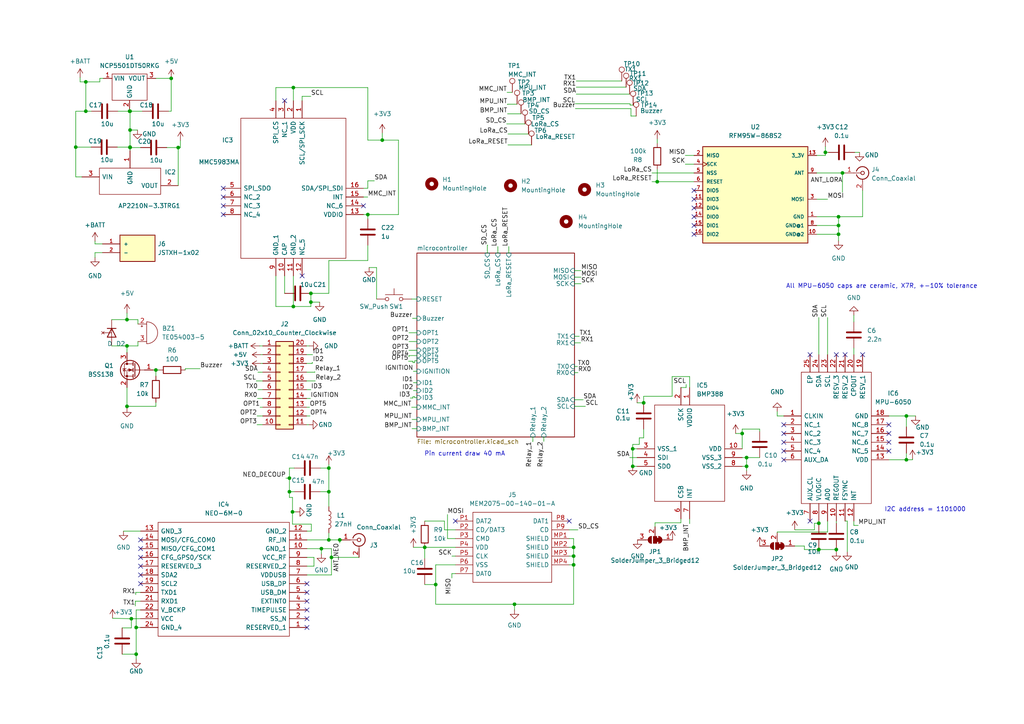
<source format=kicad_sch>
(kicad_sch (version 20211123) (generator eeschema)
  (paper "A4")
  (junction (at 85.09 25.4))
  (junction (at 106.68 62.23))
  (junction (at 36.83 100.33))
  (junction (at 166.37 158.75))
  (junction (at 239.395 44.196))
  (junction (at 126.365 169.545))
  (junction (at 110.871 40.64))
  (junction (at 242.57 159.385))
  (junction (at 83.947 138.684))
  (junction (at 37.719 37.719))
  (junction (at 95.377 156.591))
  (junction (at 83.947 142.621))
  (junction (at 123.19 158.75))
  (junction (at 37.719 42.799))
  (junction (at 243.205 65.405))
  (junction (at 243.205 62.865))
  (junction (at 49.657 22.733))
  (junction (at 24.892 32.258))
  (junction (at 95.377 135.763))
  (junction (at 21.971 42.672))
  (junction (at 244.348 50.165))
  (junction (at 237.49 151.765))
  (junction (at 39.497 181.991))
  (junction (at 215.265 125.73))
  (junction (at 36.83 117.856))
  (junction (at 98.552 156.591))
  (junction (at 36.83 92.71))
  (junction (at 39.497 189.738))
  (junction (at 37.719 32.258))
  (junction (at 262.89 133.35))
  (junction (at 183.515 130.175))
  (junction (at 166.37 163.83))
  (junction (at 37.719 42.672))
  (junction (at 90.17 87.63))
  (junction (at 183.515 135.255))
  (junction (at 93.218 159.131))
  (junction (at 96.139 161.671))
  (junction (at 90.17 85.09))
  (junction (at 237.49 159.385))
  (junction (at 216.535 132.715))
  (junction (at 216.535 135.255))
  (junction (at 85.09 88.9))
  (junction (at 37.592 32.258))
  (junction (at 38.1 179.451))
  (junction (at 262.89 120.65))
  (junction (at 24.892 23.749))
  (junction (at 166.37 161.29))
  (junction (at 190.627 52.705))
  (junction (at 45.212 107.315))
  (junction (at 186.69 116.84))
  (junction (at 95.377 142.621))
  (junction (at 84.836 148.463))
  (junction (at 51.689 42.799))
  (junction (at 149.225 175.26))
  (junction (at 243.205 67.945))
  (no_connect (at 89.027 181.991))
  (no_connect (at 40.767 169.291))
  (no_connect (at 89.027 174.371))
  (no_connect (at 40.767 161.671))
  (no_connect (at 82.55 29.21))
  (no_connect (at 257.81 123.19))
  (no_connect (at 201.295 65.405))
  (no_connect (at 227.33 128.27))
  (no_connect (at 89.027 169.291))
  (no_connect (at 245.11 102.87))
  (no_connect (at 257.81 125.73))
  (no_connect (at 234.95 151.13))
  (no_connect (at 132.08 151.13))
  (no_connect (at 87.63 80.01))
  (no_connect (at 64.77 62.23))
  (no_connect (at 257.81 130.81))
  (no_connect (at 89.027 176.911))
  (no_connect (at 227.33 133.35))
  (no_connect (at 89.027 179.451))
  (no_connect (at 40.767 159.131))
  (no_connect (at 201.295 55.245))
  (no_connect (at 242.57 102.87))
  (no_connect (at 201.295 57.785))
  (no_connect (at 201.295 62.865))
  (no_connect (at 227.33 123.19))
  (no_connect (at 89.027 171.831))
  (no_connect (at 40.767 166.751))
  (no_connect (at 257.81 128.27))
  (no_connect (at 64.77 54.61))
  (no_connect (at 40.767 164.211))
  (no_connect (at 64.77 57.15))
  (no_connect (at 165.1 151.13))
  (no_connect (at 105.41 59.69))
  (no_connect (at 201.295 67.945))
  (no_connect (at 64.77 59.69))
  (no_connect (at 227.33 125.73))
  (no_connect (at 40.767 156.591))
  (no_connect (at 250.19 102.87))
  (no_connect (at 234.95 102.87))
  (no_connect (at 227.33 130.81))
  (no_connect (at 201.295 60.325))
  (wire (pts (xy 40.767 171.831) (xy 39.37 171.831)))
  (wire (pts (xy 106.68 62.23) (xy 115.57 62.23)))
  (wire (pts (xy 123.19 169.545) (xy 126.365 169.545)))
  (wire (pts (xy 91.059 161.671) (xy 91.059 164.211)))
  (wire (pts (xy 166.624 106.299) (xy 167.513 106.299)))
  (wire (pts (xy 250.19 55.245) (xy 250.19 62.865)))
  (wire (pts (xy 236.855 62.865) (xy 243.205 62.865)))
  (wire (pts (xy 37.719 32.258) (xy 41.275 32.258)))
  (wire (pts (xy 147.066 26.797) (xy 148.59 26.797)))
  (wire (pts (xy 123.19 158.75) (xy 132.08 158.75)))
  (wire (pts (xy 90.17 85.09) (xy 95.377 85.09)))
  (wire (pts (xy 257.81 133.35) (xy 262.89 133.35)))
  (wire (pts (xy 119.507 121.666) (xy 120.904 121.666)))
  (wire (pts (xy 90.297 152.019) (xy 84.836 152.019)))
  (wire (pts (xy 123.19 151.13) (xy 128.905 151.13)))
  (wire (pts (xy 89.027 154.051) (xy 90.297 154.051)))
  (wire (pts (xy 213.36 125.73) (xy 215.265 125.73)))
  (wire (pts (xy 39.878 37.719) (xy 37.719 37.719)))
  (wire (pts (xy 166.624 82.296) (xy 168.529 82.296)))
  (wire (pts (xy 34.163 32.258) (xy 37.592 32.258)))
  (wire (pts (xy 129.794 156.21) (xy 129.794 149.225)))
  (wire (pts (xy 110.871 40.64) (xy 106.68 40.64)))
  (wire (pts (xy 90.297 154.051) (xy 90.297 152.019)))
  (wire (pts (xy 230.505 153.67) (xy 236.22 153.67)))
  (wire (pts (xy 51.689 53.848) (xy 51.689 42.799)))
  (wire (pts (xy 120.269 115.062) (xy 120.269 115.316)))
  (wire (pts (xy 109.22 86.741) (xy 109.22 77.597)))
  (wire (pts (xy 233.299 159.385) (xy 237.49 159.385)))
  (wire (pts (xy 245.745 151.13) (xy 245.11 151.13)))
  (wire (pts (xy 37.592 32.258) (xy 37.719 32.258)))
  (wire (pts (xy 166.624 97.536) (xy 168.021 97.536)))
  (wire (pts (xy 154.559 126.746) (xy 154.559 128.016)))
  (wire (pts (xy 74.676 115.57) (xy 76.2 115.57)))
  (wire (pts (xy 216.535 135.255) (xy 216.535 136.525)))
  (wire (pts (xy 239.395 45.085) (xy 236.855 45.085)))
  (wire (pts (xy 39.497 176.911) (xy 40.767 176.911)))
  (wire (pts (xy 28.956 22.733) (xy 28.956 23.749)))
  (wire (pts (xy 38.1 182.118) (xy 38.1 179.451)))
  (wire (pts (xy 85.344 135.763) (xy 83.947 135.763)))
  (wire (pts (xy 23.241 22.479) (xy 23.241 23.749)))
  (wire (pts (xy 185.42 127) (xy 185.42 128.905)))
  (wire (pts (xy 82.55 80.01) (xy 82.55 85.09)))
  (wire (pts (xy 45.212 117.856) (xy 36.83 117.856)))
  (wire (pts (xy 45.212 22.733) (xy 49.657 22.733)))
  (wire (pts (xy 197.485 150.495) (xy 197.485 151.638)))
  (wire (pts (xy 183.007 31.496) (xy 183.007 33.655)))
  (wire (pts (xy 95.377 142.621) (xy 95.377 146.939)))
  (wire (pts (xy 39.37 171.831) (xy 39.37 172.466)))
  (wire (pts (xy 105.41 54.61) (xy 106.68 54.61)))
  (wire (pts (xy 92.964 135.763) (xy 95.377 135.763)))
  (wire (pts (xy 167.132 23.495) (xy 180.34 23.495)))
  (wire (pts (xy 147.32 42.037) (xy 154.178 42.037)))
  (wire (pts (xy 147.193 30.226) (xy 147.193 30.353)))
  (wire (pts (xy 88.9 100.33) (xy 89.662 100.33)))
  (wire (pts (xy 96.139 161.671) (xy 96.139 159.131)))
  (wire (pts (xy 106.68 52.451) (xy 108.585 52.451)))
  (wire (pts (xy 21.971 42.672) (xy 21.971 32.258)))
  (wire (pts (xy 128.905 151.13) (xy 128.905 153.67)))
  (wire (pts (xy 83.947 144.272) (xy 83.947 142.621)))
  (wire (pts (xy 247.65 151.13) (xy 247.65 152.4)))
  (wire (pts (xy 48.387 42.799) (xy 51.689 42.799)))
  (wire (pts (xy 115.57 40.64) (xy 110.871 40.64)))
  (wire (pts (xy 166.37 158.75) (xy 166.37 156.21)))
  (wire (pts (xy 95.377 85.09) (xy 95.377 75.565)))
  (wire (pts (xy 52.324 40.767) (xy 52.324 42.799)))
  (wire (pts (xy 200.025 150.495) (xy 200.025 151.892)))
  (wire (pts (xy 167.132 25.273) (xy 181.61 25.273)))
  (wire (pts (xy 262.89 120.65) (xy 265.557 120.65)))
  (wire (pts (xy 119.507 124.333) (xy 120.904 124.333)))
  (wire (pts (xy 95.377 154.559) (xy 95.377 156.591)))
  (wire (pts (xy 194.945 114.935) (xy 194.945 109.22)))
  (wire (pts (xy 123.19 158.75) (xy 123.19 161.925)))
  (wire (pts (xy 262.89 120.65) (xy 262.89 123.825)))
  (wire (pts (xy 98.552 156.591) (xy 99.06 156.591)))
  (wire (pts (xy 165.1 158.75) (xy 166.37 158.75)))
  (wire (pts (xy 237.49 92.075) (xy 237.49 102.87)))
  (wire (pts (xy 96.139 166.751) (xy 96.139 161.671)))
  (wire (pts (xy 118.618 101.6) (xy 120.904 101.6)))
  (wire (pts (xy 147.32 38.862) (xy 153.289 38.862)))
  (wire (pts (xy 46.101 107.315) (xy 45.212 107.315)))
  (wire (pts (xy 39.243 174.371) (xy 39.243 175.768)))
  (wire (pts (xy 115.57 62.23) (xy 115.57 40.64)))
  (wire (pts (xy 243.205 62.865) (xy 243.205 65.405)))
  (wire (pts (xy 198.755 45.085) (xy 201.295 45.085)))
  (wire (pts (xy 225.425 120.65) (xy 225.425 119.38)))
  (wire (pts (xy 45.212 109.093) (xy 45.212 107.315)))
  (wire (pts (xy 74.803 107.95) (xy 76.2 107.95)))
  (wire (pts (xy 89.027 159.131) (xy 93.218 159.131)))
  (wire (pts (xy 264.668 133.35) (xy 262.89 133.35)))
  (wire (pts (xy 166.624 115.951) (xy 169.164 115.951)))
  (wire (pts (xy 84.836 148.463) (xy 84.836 144.272)))
  (wire (pts (xy 126.365 163.83) (xy 126.365 169.545)))
  (wire (pts (xy 98.552 156.591) (xy 98.552 157.48)))
  (wire (pts (xy 126.365 169.545) (xy 126.365 175.26)))
  (wire (pts (xy 157.734 126.746) (xy 157.734 128.016)))
  (wire (pts (xy 118.999 115.443) (xy 119.761 115.443)))
  (wire (pts (xy 32.385 100.33) (xy 36.83 100.33)))
  (wire (pts (xy 183.515 128.905) (xy 183.515 130.175)))
  (wire (pts (xy 118.618 99.06) (xy 120.904 99.06)))
  (wire (pts (xy 182.753 30.099) (xy 182.753 30.48)))
  (wire (pts (xy 236.855 65.405) (xy 243.205 65.405)))
  (wire (pts (xy 243.205 65.405) (xy 243.205 67.945)))
  (wire (pts (xy 90.17 87.63) (xy 92.71 87.63)))
  (wire (pts (xy 236.22 153.67) (xy 236.22 151.765)))
  (wire (pts (xy 243.205 67.945) (xy 243.205 69.85)))
  (wire (pts (xy 167.132 27.305) (xy 182.626 27.305)))
  (wire (pts (xy 48.895 32.258) (xy 49.657 32.258)))
  (wire (pts (xy 89.027 161.671) (xy 91.059 161.671)))
  (wire (pts (xy 35.814 154.051) (xy 40.767 154.051)))
  (wire (pts (xy 38.1 179.451) (xy 40.767 179.451)))
  (wire (pts (xy 118.491 104.775) (xy 119.761 104.775)))
  (wire (pts (xy 88.9 107.95) (xy 91.313 107.95)))
  (wire (pts (xy 36.83 112.395) (xy 36.83 117.856)))
  (wire (pts (xy 128.905 153.67) (xy 132.08 153.67)))
  (wire (pts (xy 166.37 156.21) (xy 165.1 156.21)))
  (wire (pts (xy 84.836 148.463) (xy 85.725 148.463)))
  (wire (pts (xy 216.535 132.715) (xy 216.535 135.255)))
  (wire (pts (xy 92.964 142.621) (xy 95.377 142.621)))
  (wire (pts (xy 215.265 124.46) (xy 220.345 124.46)))
  (wire (pts (xy 75.692 102.87) (xy 76.2 102.87)))
  (wire (pts (xy 36.83 100.33) (xy 40.005 100.33)))
  (wire (pts (xy 182.626 132.715) (xy 184.785 132.715)))
  (wire (pts (xy 242.57 151.13) (xy 242.57 151.765)))
  (wire (pts (xy 32.639 179.324) (xy 38.1 179.451)))
  (wire (pts (xy 40.005 93.98) (xy 40.005 92.71)))
  (wire (pts (xy 247.65 152.4) (xy 248.92 152.4)))
  (wire (pts (xy 87.63 27.94) (xy 90.17 27.94)))
  (wire (pts (xy 119.38 86.741) (xy 120.904 86.741)))
  (wire (pts (xy 39.497 191.135) (xy 39.497 189.738)))
  (wire (pts (xy 119.761 104.775) (xy 119.761 105.156)))
  (wire (pts (xy 120.269 115.316) (xy 120.904 115.316)))
  (wire (pts (xy 244.348 50.165) (xy 245.11 50.165)))
  (wire (pts (xy 95.377 75.565) (xy 106.68 75.565)))
  (wire (pts (xy 106.68 62.23) (xy 106.68 63.5)))
  (wire (pts (xy 89.027 164.211) (xy 91.059 164.211)))
  (wire (pts (xy 120.269 105.156) (xy 120.269 104.648)))
  (wire (pts (xy 36.83 117.856) (xy 36.83 118.364)))
  (wire (pts (xy 88.9 105.41) (xy 90.551 105.41)))
  (wire (pts (xy 244.348 50.165) (xy 244.348 55.753)))
  (wire (pts (xy 39.497 181.991) (xy 40.767 181.991)))
  (wire (pts (xy 237.49 151.13) (xy 237.49 151.765)))
  (wire (pts (xy 236.855 57.785) (xy 240.03 57.785)))
  (wire (pts (xy 96.139 161.671) (xy 104.14 161.671)))
  (wire (pts (xy 149.225 175.26) (xy 166.37 175.26)))
  (wire (pts (xy 95.377 156.591) (xy 98.552 156.591)))
  (wire (pts (xy 216.535 132.715) (xy 220.345 132.715)))
  (wire (pts (xy 37.719 42.799) (xy 40.767 42.799)))
  (wire (pts (xy 239.395 44.196) (xy 240.284 44.196)))
  (wire (pts (xy 93.218 159.131) (xy 96.139 159.131)))
  (wire (pts (xy 131.064 166.37) (xy 132.08 166.37)))
  (wire (pts (xy 166.878 31.496) (xy 183.007 31.496)))
  (wire (pts (xy 240.03 92.075) (xy 240.03 102.87)))
  (wire (pts (xy 36.83 90.805) (xy 36.83 92.71)))
  (wire (pts (xy 154.559 128.016) (xy 154.432 128.016)))
  (wire (pts (xy 90.17 85.09) (xy 90.17 87.63)))
  (wire (pts (xy 37.719 42.799) (xy 37.719 43.688)))
  (wire (pts (xy 247.65 100.965) (xy 247.65 102.87)))
  (wire (pts (xy 166.624 108.077) (xy 167.64 108.077)))
  (wire (pts (xy 141.351 71.12) (xy 141.478 71.12)))
  (wire (pts (xy 147.574 71.501) (xy 147.574 73.406)))
  (wire (pts (xy 189.103 50.165) (xy 201.295 50.165)))
  (wire (pts (xy 21.971 32.258) (xy 24.892 32.258)))
  (wire (pts (xy 239.395 42.545) (xy 239.395 44.196)))
  (wire (pts (xy 83.947 142.621) (xy 85.344 142.621)))
  (wire (pts (xy 23.241 23.749) (xy 24.892 23.749)))
  (wire (pts (xy 21.971 51.308) (xy 21.971 42.672)))
  (wire (pts (xy 27.559 70.739) (xy 27.559 69.977)))
  (wire (pts (xy 186.69 114.935) (xy 194.945 114.935)))
  (wire (pts (xy 189.992 151.638) (xy 197.485 151.638)))
  (wire (pts (xy 83.947 138.684) (xy 83.947 142.621)))
  (wire (pts (xy 90.17 88.9) (xy 85.09 88.9)))
  (wire (pts (xy 88.9 113.03) (xy 90.17 113.03)))
  (wire (pts (xy 200.025 109.22) (xy 200.025 112.395)))
  (wire (pts (xy 87.63 29.21) (xy 87.63 27.94)))
  (wire (pts (xy 106.68 25.4) (xy 85.09 25.4)))
  (wire (pts (xy 37.719 37.719) (xy 37.719 42.672)))
  (wire (pts (xy 53.721 106.934) (xy 53.721 107.315)))
  (wire (pts (xy 190.627 40.386) (xy 190.627 41.529)))
  (wire (pts (xy 194.945 109.22) (xy 200.025 109.22)))
  (wire (pts (xy 190.627 52.705) (xy 201.295 52.705)))
  (wire (pts (xy 119.634 92.329) (xy 120.904 92.329)))
  (wire (pts (xy 24.892 23.749) (xy 28.956 23.749)))
  (wire (pts (xy 166.37 161.29) (xy 166.37 158.75)))
  (wire (pts (xy 37.719 42.672) (xy 37.719 42.799)))
  (wire (pts (xy 95.377 135.763) (xy 95.377 142.621)))
  (wire (pts (xy 120.269 104.648) (xy 120.904 104.648)))
  (wire (pts (xy 118.618 103.124) (xy 120.904 103.124)))
  (wire (pts (xy 35.433 182.118) (xy 38.1 182.118)))
  (wire (pts (xy 126.365 175.26) (xy 149.225 175.26)))
  (wire (pts (xy 215.265 130.175) (xy 215.265 125.73)))
  (wire (pts (xy 88.9 115.57) (xy 90.043 115.57)))
  (wire (pts (xy 91.313 107.95) (xy 91.313 107.823)))
  (wire (pts (xy 183.515 130.175) (xy 183.515 135.255)))
  (wire (pts (xy 95.377 134.747) (xy 95.377 135.763)))
  (wire (pts (xy 245.745 160.02) (xy 245.745 151.13)))
  (wire (pts (xy 88.9 118.11) (xy 89.789 118.11)))
  (wire (pts (xy 166.878 30.099) (xy 182.753 30.099)))
  (wire (pts (xy 37.719 32.258) (xy 37.719 37.719)))
  (wire (pts (xy 215.265 135.255) (xy 216.535 135.255)))
  (wire (pts (xy 85.09 29.21) (xy 85.09 25.4)))
  (wire (pts (xy 75.692 105.41) (xy 76.2 105.41)))
  (wire (pts (xy 240.03 154.305) (xy 225.425 154.305)))
  (wire (pts (xy 149.987 30.226) (xy 147.193 30.226)))
  (wire (pts (xy 237.49 159.385) (xy 242.57 159.385)))
  (wire (pts (xy 90.17 87.63) (xy 90.17 88.9)))
  (wire (pts (xy 37.592 32.258) (xy 37.592 31.623)))
  (wire (pts (xy 199.009 112.395) (xy 199.009 111.506)))
  (wire (pts (xy 119.888 110.998) (xy 120.904 110.998)))
  (wire (pts (xy 24.892 23.749) (xy 24.892 32.258)))
  (wire (pts (xy 106.68 40.64) (xy 106.68 25.4)))
  (wire (pts (xy 225.425 154.305) (xy 225.425 154.559)))
  (wire (pts (xy 119.888 158.75) (xy 123.19 158.75)))
  (wire (pts (xy 76.2 120.65) (xy 74.549 120.65)))
  (wire (pts (xy 242.57 159.385) (xy 242.57 160.02)))
  (wire (pts (xy 215.265 125.73) (xy 215.265 124.46)))
  (wire (pts (xy 74.803 113.03) (xy 76.2 113.03)))
  (wire (pts (xy 165.1 161.29) (xy 166.37 161.29)))
  (wire (pts (xy 119.888 113.284) (xy 120.904 113.284)))
  (wire (pts (xy 36.83 92.71) (xy 32.385 92.71)))
  (wire (pts (xy 243.205 62.865) (xy 250.19 62.865)))
  (wire (pts (xy 166.624 117.856) (xy 169.799 117.856)))
  (wire (pts (xy 118.618 103.505) (xy 118.618 103.124)))
  (wire (pts (xy 198.755 47.625) (xy 201.295 47.625)))
  (wire (pts (xy 105.41 57.15) (xy 106.68 57.15)))
  (wire (pts (xy 184.785 135.255) (xy 183.515 135.255)))
  (wire (pts (xy 35.433 189.738) (xy 39.497 189.738)))
  (wire (pts (xy 165.1 163.83) (xy 166.37 163.83)))
  (wire (pts (xy 85.09 25.4) (xy 80.01 25.4)))
  (wire (pts (xy 27.559 70.739) (xy 29.718 70.739)))
  (wire (pts (xy 75.311 100.33) (xy 76.2 100.33)))
  (wire (pts (xy 29.972 22.733) (xy 28.956 22.733)))
  (wire (pts (xy 185.42 128.905) (xy 183.515 128.905)))
  (wire (pts (xy 75.438 118.11) (xy 76.2 118.11)))
  (wire (pts (xy 39.497 189.738) (xy 39.497 181.991)))
  (wire (pts (xy 27.559 73.279) (xy 27.559 74.676)))
  (wire (pts (xy 147.193 33.02) (xy 151.13 33.02)))
  (wire (pts (xy 239.395 44.196) (xy 239.395 45.085)))
  (wire (pts (xy 39.497 181.991) (xy 39.497 176.911)))
  (wire (pts (xy 80.01 80.01) (xy 80.01 88.9)))
  (wire (pts (xy 233.299 158.369) (xy 233.299 159.385)))
  (wire (pts (xy 82.931 138.684) (xy 83.947 138.684)))
  (wire (pts (xy 230.505 158.369) (xy 233.299 158.369)))
  (wire (pts (xy 119.761 115.443) (xy 119.761 115.062)))
  (wire (pts (xy 119.761 115.062) (xy 120.269 115.062)))
  (wire (pts (xy 166.624 99.441) (xy 168.402 99.441)))
  (wire (pts (xy 166.37 175.26) (xy 166.37 163.83)))
  (wire (pts (xy 88.9 110.49) (xy 91.44 110.49)))
  (wire (pts (xy 257.81 120.65) (xy 262.89 120.65)))
  (wire (pts (xy 51.689 42.799) (xy 52.324 42.799)))
  (wire (pts (xy 105.41 62.23) (xy 106.68 62.23)))
  (wire (pts (xy 131.064 166.37) (xy 131.064 167.64)))
  (wire (pts (xy 131.064 161.29) (xy 132.08 161.29)))
  (wire (pts (xy 247.65 91.44) (xy 247.65 93.345)))
  (wire (pts (xy 262.89 133.35) (xy 262.89 131.445)))
  (wire (pts (xy 88.9 123.19) (xy 89.535 123.19)))
  (wire (pts (xy 89.027 166.751) (xy 96.139 166.751)))
  (wire (pts (xy 146.939 35.941) (xy 152.273 35.941)))
  (wire (pts (xy 24.892 32.258) (xy 26.543 32.258)))
  (wire (pts (xy 166.37 163.83) (xy 166.37 161.29)))
  (wire (pts (xy 74.295 110.49) (xy 76.2 110.49)))
  (wire (pts (xy 119.888 107.696) (xy 120.904 107.696)))
  (wire (pts (xy 240.03 151.13) (xy 240.03 154.305)))
  (wire (pts (xy 132.08 163.83) (xy 126.365 163.83)))
  (wire (pts (xy 80.01 88.9) (xy 85.09 88.9)))
  (wire (pts (xy 45.212 116.713) (xy 45.212 117.856)))
  (wire (pts (xy 166.624 80.391) (xy 168.529 80.391)))
  (wire (pts (xy 21.971 42.672) (xy 26.416 42.672)))
  (wire (pts (xy 197.485 112.395) (xy 199.009 112.395)))
  (wire (pts (xy 184.785 116.84) (xy 186.69 116.84)))
  (wire (pts (xy 83.947 135.763) (xy 83.947 138.684)))
  (wire (pts (xy 40.005 100.33) (xy 40.005 99.06)))
  (wire (pts (xy 185.42 127) (xy 186.69 127)))
  (wire (pts (xy 183.515 130.175) (xy 184.785 130.175)))
  (wire (pts (xy 165.1 153.67) (xy 167.64 153.67)))
  (wire (pts (xy 166.624 78.486) (xy 168.529 78.486)))
  (wire (pts (xy 186.69 127) (xy 186.69 124.46)))
  (wire (pts (xy 119.38 118.11) (xy 120.904 118.11)))
  (wire (pts (xy 85.09 88.9) (xy 85.09 80.01)))
  (wire (pts (xy 80.01 25.4) (xy 80.01 29.21)))
  (wire (pts (xy 236.22 151.765) (xy 237.49 151.765)))
  (wire (pts (xy 119.761 105.156) (xy 120.269 105.156)))
  (wire (pts (xy 90.551 105.156) (xy 90.678 105.156)))
  (wire (pts (xy 220.345 124.46) (xy 220.345 125.095)))
  (wire (pts (xy 93.218 159.131) (xy 93.218 160.655)))
  (wire (pts (xy 23.749 51.308) (xy 21.971 51.308)))
  (wire (pts (xy 40.767 174.371) (xy 39.243 174.371)))
  (wire (pts (xy 90.551 105.41) (xy 90.551 105.156)))
  (wire (pts (xy 132.08 156.21) (xy 129.794 156.21)))
  (wire (pts (xy 141.351 73.406) (xy 141.351 71.12)))
  (wire (pts (xy 45.212 107.315) (xy 44.45 107.315)))
  (wire (pts (xy 215.265 132.715) (xy 216.535 132.715)))
  (wire (pts (xy 49.657 32.258) (xy 49.657 22.733)))
  (wire (pts (xy 144.399 71.501) (xy 144.399 73.406)))
  (wire (pts (xy 58.039 106.934) (xy 53.721 106.934)))
  (wire (pts (xy 89.027 156.591) (xy 95.377 156.591)))
  (wire (pts (xy 190.627 49.149) (xy 190.627 52.705)))
  (wire (pts (xy 84.836 144.272) (xy 83.947 144.272)))
  (wire (pts (xy 236.855 67.945) (xy 243.205 67.945)))
  (wire (pts (xy 182.753 30.48) (xy 183.642 30.48)))
  (wire (pts (xy 36.83 100.33) (xy 36.83 102.235)))
  (wire (pts (xy 107.061 77.597) (xy 109.22 77.597)))
  (wire (pts (xy 34.036 42.672) (xy 37.719 42.672)))
  (wire (pts (xy 247.904 44.196) (xy 249.301 44.196)))
  (wire (pts (xy 106.68 75.565) (xy 106.68 71.12)))
  (wire (pts (xy 27.559 73.279) (xy 29.718 73.279)))
  (wire (pts (xy 40.005 92.71) (xy 36.83 92.71)))
  (wire (pts (xy 76.2 123.19) (xy 74.549 123.19)))
  (wire (pts (xy 186.69 116.84) (xy 186.69 114.935)))
  (wire (pts (xy 227.33 120.65) (xy 225.425 120.65)))
  (wire (pts (xy 110.871 38.608) (xy 110.871 40.64)))
  (wire (pts (xy 88.9 102.87) (xy 90.678 102.87)))
  (wire (pts (xy 189.992 151.638) (xy 189.992 152.781)))
  (wire (pts (xy 88.9 120.65) (xy 89.916 120.65)))
  (wire (pts (xy 236.855 50.165) (xy 244.348 50.165)))
  (wire (pts (xy 106.68 54.61) (xy 106.68 52.451)))
  (wire (pts (xy 264.668 133.096) (xy 264.668 133.35)))
  (wire (pts (xy 149.225 176.911) (xy 149.225 175.26)))
  (wire (pts (xy 118.618 96.52) (xy 120.904 96.52)))
  (wire (pts (xy 183.007 33.655) (xy 184.531 33.655)))
  (wire (pts (xy 189.103 52.705) (xy 190.627 52.705)))
  (wire (pts (xy 84.836 152.019) (xy 84.836 148.463)))
  (text "I2C address = 1101000" (at 256.54 148.59 0) (effects (font (size 1.27 1.27)) (justify left bottom)))
  (text "All MPU-6050 caps are ceramic, X7R, +-10% tolerance" (at 227.965 83.82 0) (effects (font (size 1.27 1.27)) (justify left bottom)))
  (text "Pin current draw 40 mA\n" (at 123.063 132.461 0) (effects (font (size 1.27 1.27)) (justify left bottom)))
  (label "RX0" (at 167.64 108.077 0))
  (label "SCL" (at 240.03 92.075 90))
  (label "Buzzer" (at 119.634 92.329 180))
  (label "LoRa_CS" (at 147.32 38.862 180))
  (label "SDA" (at 74.803 107.95 180))
  (label "SD_CS" (at 141.478 71.12 90))
  (label "RX1" (at 167.132 25.273 180))
  (label "BMP_INT" (at 119.507 124.333 180))
  (label "TX0" (at 74.803 113.03 180))
  (label "SCL" (at 166.878 30.099 180))
  (label "SD_CS" (at 167.64 153.67 0))
  (label "MPU_INT" (at 248.92 152.4 0))
  (label "TX1" (at 168.021 97.536 0))
  (label "ANT_NEO" (at 98.552 157.48 270))
  (label "OPT1" (at 75.438 118.11 180))
  (label "SCL" (at 90.17 27.94 0))
  (label "MPU_INT" (at 147.193 30.353 180))
  (label "LoRa_CS" (at 144.399 71.501 90))
  (label "OPT3" (at 118.618 101.6 180))
  (label "SCK" (at 168.529 82.296 0))
  (label "OPT4" (at 118.618 103.505 180))
  (label "ID2" (at 90.678 105.156 0))
  (label "BMP_INT" (at 200.025 151.892 270))
  (label "MMC_INT" (at 119.38 118.11 180))
  (label "SCK" (at 131.064 161.29 180))
  (label "OPT2" (at 118.618 99.06 180))
  (label "LoRa_CS" (at 189.103 50.165 180))
  (label "ID3" (at 90.17 113.03 0))
  (label "SCK" (at 198.755 47.625 180))
  (label "MISO" (at 168.529 78.486 0))
  (label "SDA" (at 108.585 52.451 0))
  (label "MOSI" (at 129.794 149.225 0))
  (label "MOSI" (at 168.529 80.391 0))
  (label "SDA" (at 237.49 92.075 90))
  (label "Relay_1" (at 91.313 107.823 0))
  (label "IGNITION" (at 90.043 115.57 0))
  (label "SDA" (at 167.132 27.305 180))
  (label "Relay_2" (at 157.734 128.016 270))
  (label "Relay_1" (at 154.432 128.016 270))
  (label "SCL" (at 74.295 110.49 180))
  (label "SDA" (at 169.164 115.951 0))
  (label "MMC_INT" (at 106.68 57.15 0))
  (label "TX0" (at 167.513 106.299 0))
  (label "OPT3" (at 74.549 123.19 180))
  (label "ID1" (at 119.888 110.998 180))
  (label "MMC_INT" (at 147.066 26.797 180))
  (label "NEO_DECOUP" (at 82.931 138.684 180))
  (label "SD_CS" (at 146.939 35.941 180))
  (label "LoRa_RESET" (at 147.574 71.501 90))
  (label "RX0" (at 74.676 115.57 180))
  (label "OPT5" (at 118.491 104.775 180))
  (label "SCL" (at 199.009 111.506 180))
  (label "LoRa_RESET" (at 189.103 52.705 180))
  (label "Buzzer" (at 166.878 31.496 180))
  (label "ANT_LORA" (at 244.348 53.213 180))
  (label "TX1" (at 39.243 175.768 180))
  (label "ID1" (at 90.678 102.87 0))
  (label "RX1" (at 39.37 172.466 180))
  (label "RX1" (at 168.402 99.441 0))
  (label "TX1" (at 167.132 23.495 180))
  (label "IGNITION" (at 119.888 107.696 180))
  (label "Relay_2" (at 91.44 110.49 0))
  (label "ID3" (at 118.999 115.443 180))
  (label "OPT2" (at 74.549 120.65 180))
  (label "SDA" (at 182.626 132.715 180))
  (label "OPT1" (at 118.618 96.52 180))
  (label "MISO" (at 131.064 167.64 270))
  (label "BMP_INT" (at 147.193 33.02 180))
  (label "LoRa_RESET" (at 147.32 42.037 180))
  (label "SCL" (at 169.799 117.856 0))
  (label "OPT4" (at 89.916 120.65 0))
  (label "OPT5" (at 89.789 118.11 0))
  (label "Buzzer" (at 58.039 106.934 0))
  (label "ID2" (at 119.888 113.284 180))
  (label "MPU_INT" (at 119.507 121.666 180))
  (label "MOSI" (at 240.03 57.785 0))
  (label "MISO" (at 198.755 45.085 180))
  (symbol (lib_id "custom:NCP5501DT50RKG") (at 36.322 20.193 0) (unit 1)
    (property "Reference" "U1" (at 37.592 16.51 0))
    (property "Value" "NCP5501DT50RKG" (at 37.592 19.05 0))
    (property "Footprint" "Footprint:NCP5501DT50RKG" (effects hide))
  )
  (symbol (lib_id "Device:C") (at 186.69 120.65 0) (mirror y) (unit 1)
    (property "Reference" "C11" (at 178.816 119.253 0) (effects (justify right)))
    (property "Value" "0.1u" (at 178.435 121.285 0) (effects (justify right)))
    (property "Footprint" "Capacitor_SMD:C_0603_1608Metric" (effects hide))
  )
  (symbol (lib_id "power:+3V3") (at 95.377 134.747 0) (unit 1)
    (property "Reference" "#PWR019" (effects hide))
    (property "Value" "+3V3" (at 97.536 131.445 0))
  )
  (symbol (lib_id "Device:C") (at 45.085 32.258 90) (unit 1)
    (property "Reference" "C18" (at 42.418 30.48 90))
    (property "Value" "10u" (at 45.847 35.941 90))
    (property "Footprint" "Capacitor_SMD:C_0603_1608Metric" (effects hide))
  )
  (symbol (lib_id "power:+BATT") (at 27.559 69.977 0) (unit 1)
    (property "Reference" "#PWR015" (effects hide))
    (property "Value" "+BATT" (at 27.559 65.278 0))
  )
  (symbol (lib_id "power:GND") (at 183.515 135.255 0) (unit 1)
    (property "Reference" "#PWR024" (effects hide))
    (property "Value" "GND" (at 187.325 137.16 0))
  )
  (symbol (lib_id "power:+3V3") (at 52.324 40.767 0) (unit 1)
    (property "Reference" "#PWR0105" (effects hide))
    (property "Value" "+3V3" (at 52.324 36.195 0))
  )
  (symbol (lib_id "power:GND") (at 39.497 191.135 0) (unit 1)
    (property "Reference" "#PWR08" (effects hide))
    (property "Value" "GND" (at 39.497 194.691 0))
  )
  (symbol (lib_id "Switch:SW_Push") (at 114.3 86.741 0) (unit 1)
    (property "Reference" "SW1" (at 114.935 88.9 0))
    (property "Value" "SW_Push" (at 108.458 88.9 0))
    (property "Footprint" "Footprint:PTS815SJK250SMTRLFS" (effects hide))
  )
  (symbol (lib_id "power:GND") (at 89.535 123.19 90) (unit 1)
    (property "Reference" "#PWR040" (effects hide))
    (property "Value" "GND" (at 92.329 123.19 90) (effects (justify right)))
  )
  (symbol (lib_id "power:GND") (at 39.878 37.719 0) (unit 1)
    (property "Reference" "#PWR07" (effects hide))
    (property "Value" "GND" (at 43.307 38.862 0))
  )
  (symbol (lib_id "Device:C") (at 242.57 155.575 0) (unit 1)
    (property "Reference" "C8" (at 246.38 154.3049 0) (effects (justify left)))
    (property "Value" "0.1u" (at 246.38 156.8449 0) (effects (justify left)))
    (property "Footprint" "Capacitor_SMD:C_0603_1608Metric" (effects hide))
  )
  (symbol (lib_id "Device:R") (at 190.627 45.339 180) (unit 1)
    (property "Reference" "R8" (at 186.309 46.355 0) (effects (justify left)))
    (property "Value" "100k" (at 187.579 43.815 0) (effects (justify left)))
    (property "Footprint" "Resistor_SMD:R_0603_1608Metric" (effects hide))
  )
  (symbol (lib_id "Device:C") (at 44.577 42.799 90) (unit 1)
    (property "Reference" "C20" (at 41.91 41.021 90))
    (property "Value" "10u" (at 45.339 46.482 90))
    (property "Footprint" "Capacitor_SMD:C_0603_1608Metric" (effects hide))
  )
  (symbol (lib_id "power:+3V3") (at 184.785 116.84 0) (unit 1)
    (property "Reference" "#PWR025" (effects hide))
    (property "Value" "+3V3" (at 183.007 116.459 90) (effects (justify left)))
  )
  (symbol (lib_id "power:+3V3") (at 119.888 158.75 0) (unit 1)
    (property "Reference" "#PWR022" (effects hide))
    (property "Value" "+3V3" (at 119.888 154.94 90) (effects (justify left)))
  )
  (symbol (lib_id "Connector:TestPoint") (at 184.531 33.655 0) (unit 1)
    (property "Reference" "TP14" (at 185.801 30.48 0) (effects (justify left)))
    (property "Value" "Buzzer" (at 185.674 32.131 0) (effects (justify left)))
    (property "Footprint" "TestPoint:TestPoint_Pad_D1.0mm" (effects hide))
  )
  (symbol (lib_id "power:GND") (at 149.225 176.911 0) (unit 1)
    (property "Reference" "#PWR023" (effects hide))
    (property "Value" "GND" (at 149.225 181.356 0))
  )
  (symbol (lib_id "Device:C") (at 262.89 127.635 0) (unit 1)
    (property "Reference" "C7" (at 266.7 126.3649 0) (effects (justify left)))
    (property "Value" "0.1u" (at 266.7 128.9049 0) (effects (justify left)))
    (property "Footprint" "Capacitor_SMD:C_0603_1608Metric" (effects hide))
  )
  (symbol (lib_id "power:+3V3") (at 32.639 179.324 0) (mirror y) (unit 1)
    (property "Reference" "#PWR03" (effects hide))
    (property "Value" "+3V3" (at 35.814 177.546 0))
  )
  (symbol (lib_id "Device:C") (at 35.433 185.928 0) (unit 1)
    (property "Reference" "C13" (at 28.956 189.357 90))
    (property "Value" "0.1u" (at 30.988 186.055 90))
    (property "Footprint" "Capacitor_SMD:C_0603_1608Metric" (effects hide))
  )
  (symbol (lib_id "Device:C") (at 123.19 165.735 0) (unit 1)
    (property "Reference" "C16" (at 118.999 163.195 0) (effects (justify left)))
    (property "Value" "10u" (at 116.84 165.608 0) (effects (justify left)))
    (property "Footprint" "Capacitor_SMD:C_0603_1608Metric" (effects hide))
  )
  (symbol (lib_id "power:GND") (at 245.745 160.02 0) (unit 1)
    (property "Reference" "#PWR033" (effects hide))
    (property "Value" "GND" (at 247.015 164.465 0))
  )
  (symbol (lib_id "Connector:TestPoint") (at 153.289 38.862 0) (unit 1)
    (property "Reference" "TP5" (at 154.305 34.163 0) (effects (justify left)))
    (property "Value" "LoRa_CS" (at 153.924 35.941 0) (effects (justify left)))
    (property "Footprint" "TestPoint:TestPoint_Pad_D1.0mm" (effects hide))
  )
  (symbol (lib_id "power:GND") (at 85.725 148.463 90) (unit 1)
    (property "Reference" "#PWR014" (effects hide))
    (property "Value" "GND" (at 89.662 147.955 0))
  )
  (symbol (lib_id "Mechanical:MountingHole") (at 169.545 54.991 0) (unit 1)
    (property "Reference" "H3" (at 172.72 53.7209 0) (effects (justify left)))
    (property "Value" "MountingHole" (at 172.72 56.2609 0) (effects (justify left)))
    (property "Footprint" "MountingHole:MountingHole_2.1mm" (effects hide))
  )
  (symbol (lib_id "Connector:TestPoint") (at 151.13 33.02 0) (unit 1)
    (property "Reference" "TP3" (at 151.384 27.051 0) (effects (justify left)))
    (property "Value" "BMP_INT" (at 151.511 28.956 0) (effects (justify left)))
    (property "Footprint" "TestPoint:TestPoint_Pad_D1.0mm" (effects hide))
  )
  (symbol (lib_id "Device:L") (at 95.377 150.749 0) (unit 1)
    (property "Reference" "L1" (at 97.663 149.4789 0) (effects (justify left)))
    (property "Value" "27nH" (at 97.028 152.019 0) (effects (justify left)))
    (property "Footprint" "Inductor_SMD:L_0402_1005Metric" (effects hide))
  )
  (symbol (lib_id "Device:C") (at 30.226 42.672 90) (unit 1)
    (property "Reference" "C19" (at 27.559 40.894 90))
    (property "Value" "10u" (at 30.988 46.355 90))
    (property "Footprint" "Capacitor_SMD:C_0603_1608Metric" (effects hide))
  )
  (symbol (lib_id "power:+5V") (at 36.83 90.805 0) (unit 1)
    (property "Reference" "#PWR04" (effects hide))
    (property "Value" "+5V" (at 36.83 85.09 0))
  )
  (symbol (lib_id "Device:C") (at 89.154 135.763 90) (unit 1)
    (property "Reference" "C14" (at 86.487 132.461 90))
    (property "Value" "47n" (at 90.551 132.461 90))
    (property "Footprint" "Capacitor_SMD:C_0603_1608Metric" (effects hide))
  )
  (symbol (lib_id "Device:R") (at 49.911 107.315 270) (mirror x) (unit 1)
    (property "Reference" "R6" (at 49.911 101.6 90))
    (property "Value" "100" (at 49.911 104.14 90))
    (property "Footprint" "Resistor_SMD:R_0603_1608Metric" (effects hide))
  )
  (symbol (lib_id "power:+5V") (at 49.657 22.733 0) (unit 1)
    (property "Reference" "#PWR09" (effects hide))
    (property "Value" "+5V" (at 49.657 17.78 0))
  )
  (symbol (lib_id "Device:C") (at 106.68 67.31 0) (unit 1)
    (property "Reference" "C22" (at 110.49 66.0399 0) (effects (justify left)))
    (property "Value" "1u" (at 110.49 68.5799 0) (effects (justify left)))
    (property "Footprint" "Capacitor_SMD:C_0603_1608Metric" (effects hide))
  )
  (symbol (lib_id "power:+3V3") (at 239.395 42.545 0) (unit 1)
    (property "Reference" "#PWR0102" (effects hide))
    (property "Value" "+3V3" (at 239.395 36.83 0))
  )
  (symbol (lib_id "Connector:TestPoint") (at 148.59 26.797 0) (unit 1)
    (property "Reference" "TP1" (at 147.32 19.05 0) (effects (justify left)))
    (property "Value" "MMC_INT" (at 147.32 21.59 0) (effects (justify left)))
    (property "Footprint" "TestPoint:TestPoint_Pad_D1.0mm" (effects hide))
  )
  (symbol (lib_id "Connector:TestPoint") (at 183.642 30.48 0) (unit 1)
    (property "Reference" "TP13" (at 184.658 27.051 0) (effects (justify left)))
    (property "Value" "SCL" (at 184.404 28.829 0) (effects (justify left)))
    (property "Footprint" "TestPoint:TestPoint_Pad_D1.0mm" (effects hide))
  )
  (symbol (lib_id "Jumper:SolderJumper_3_Bridged12") (at 225.425 158.369 180) (unit 1)
    (property "Reference" "JP2" (at 225.425 162.052 0))
    (property "Value" "SolderJumper_3_Bridged12" (at 225.425 164.592 0))
    (property "Footprint" "Jumper:SolderJumper-3_P1.3mm_Bridged12_Pad1.0x1.5mm_NumberLabels" (effects hide))
  )
  (symbol (lib_id "Mechanical:MountingHole") (at 125.222 53.34 0) (unit 1)
    (property "Reference" "H1" (at 128.27 52.0699 0) (effects (justify left)))
    (property "Value" "MountingHole" (at 128.27 54.6099 0) (effects (justify left)))
    (property "Footprint" "MountingHole:MountingHole_2.1mm" (effects hide))
  )
  (symbol (lib_id "MMC5983MA:MMC5983MA") (at 64.77 54.61 0) (unit 1)
    (property "Reference" "IC3" (at 66.04 40.64 0))
    (property "Value" "MMC5983MA" (at 63.5 46.99 0))
    (property "Footprint" "Footprint:MMC5983MA" (effects hide))
    (property "Datasheet" "https://www.mouser.com/datasheet/2/821/Memsic_09102019_MMC5983MA_Datasheet_Rev_A-1635338.pdf" (effects hide))
    (property "Description" "3-AXIS MAGNETIC SENSOR" (effects hide))
    (property "Height" "1" (effects hide))
    (property "Manufacturer_Name" "MEMSIC" (effects hide))
    (property "Manufacturer_Part_Number" "MMC5983MA" (effects hide))
    (property "Mouser Part Number" "438-MMC5983MA" (effects hide))
    (property "Mouser Price/Stock" "https://www.mouser.co.uk/ProductDetail/MEMSIC/MMC5983MA?qs=B6kkDfuK7%2FD5qasHMdEt2g%3D%3D" (effects hide))
    (property "Arrow Part Number" "MMC5983MA" (effects hide))
    (property "Arrow Price/Stock" "https://www.arrow.com/en/products/mmc5983ma/memsic?region=europe" (effects hide))
  )
  (symbol (lib_id "power:+3V3") (at 264.668 133.096 0) (mirror y) (unit 1)
    (property "Reference" "#PWR036" (effects hide))
    (property "Value" "+3V3" (at 268.224 131.191 0))
  )
  (symbol (lib_id "power:GND") (at 225.425 119.38 180) (unit 1)
    (property "Reference" "#PWR030" (effects hide))
    (property "Value" "GND" (at 225.425 113.665 0))
  )
  (symbol (lib_id "power:+BATT") (at 75.311 100.33 90) (unit 1)
    (property "Reference" "#PWR011" (effects hide))
    (property "Value" "+BATT" (at 72.136 100.3299 90) (effects (justify left)))
  )
  (symbol (lib_id "AP2210N-3.3TRG1:AP2210N-3.3TRG1") (at 51.689 51.308 0) (mirror y) (unit 1)
    (property "Reference" "IC2" (at 49.403 49.911 0))
    (property "Value" "AP2210N-3.3TRG1" (at 43.307 59.69 0))
    (property "Footprint" "Footprint:SOT95P280X145-3N" (effects hide))
    (property "Datasheet" "https://datasheet.datasheetarchive.com/originals/distributors/Datasheets_SAMA/11c7b06ddc65ce3f1395e62eca004054.pdf" (effects hide))
    (property "Description" "DiodesZetex AP2210N-3.3TRG1, Low Noise LDO Voltage Regulator, 300mA, 3.3 V +/-2%, 2.5  13.2 Vin, 3-Pin SOT-23" (effects hide))
    (property "Height" "1.45" (effects hide))
    (property "Manufacturer_Name" "Diodes Inc." (effects hide))
    (property "Manufacturer_Part_Number" "AP2210N-3.3TRG1" (effects hide))
    (property "Mouser Part Number" "621-AP2210N-3.3TRG1" (effects hide))
    (property "Mouser Price/Stock" "https://www.mouser.co.uk/ProductDetail/Diodes-Incorporated/AP2210N-3.3TRG1?qs=x6A8l6qLYDCg5Ghihwjj3A%3D%3D" (effects hide))
    (property "Arrow Part Number" "AP2210N-3.3TRG1" (effects hide))
    (property "Arrow Price/Stock" "https://www.arrow.com/en/products/ap2210n-3.3trg1/diodes-incorporated?region=europe" (effects hide))
  )
  (symbol (lib_id "Device:R") (at 123.19 154.94 0) (unit 1)
    (property "Reference" "R9" (at 125.73 153.6699 0) (effects (justify left)))
    (property "Value" "10k" (at 125.73 156.2099 0) (effects (justify left)))
    (property "Footprint" "Resistor_SMD:R_0603_1608Metric" (effects hide))
  )
  (symbol (lib_id "power:+3V3") (at 230.505 153.67 0) (unit 1)
    (property "Reference" "#PWR031" (effects hide))
    (property "Value" "+3V3" (at 230.505 148.717 0))
  )
  (symbol (lib_id "power:+3V3") (at 195.072 156.591 0) (mirror y) (unit 1)
    (property "Reference" "#PWR044" (effects hide))
    (property "Value" "+3V3" (at 193.802 153.035 0))
  )
  (symbol (lib_id "power:GND") (at 35.814 154.051 0) (unit 1)
    (property "Reference" "#PWR06" (effects hide))
    (property "Value" "GND" (at 35.814 158.75 0))
  )
  (symbol (lib_id "power:GND") (at 216.535 136.525 0) (unit 1)
    (property "Reference" "#PWR029" (effects hide))
    (property "Value" "GND" (at 216.535 141.605 0))
  )
  (symbol (lib_id "power:GND") (at 107.061 77.597 0) (unit 1)
    (property "Reference" "#PWR021" (effects hide))
    (property "Value" "GND" (at 107.061 81.153 0))
  )
  (symbol (lib_id "power:GND") (at 184.912 156.591 0) (unit 1)
    (property "Reference" "#PWR027" (effects hide))
    (property "Value" "GND" (at 184.912 161.29 0))
  )
  (symbol (lib_id "Mechanical:MountingHole") (at 164.211 64.262 0) (unit 1)
    (property "Reference" "H4" (at 167.64 62.9919 0) (effects (justify left)))
    (property "Value" "MountingHole" (at 167.64 65.5319 0) (effects (justify left)))
    (property "Footprint" "MountingHole:MountingHole_2.1mm" (effects hide))
  )
  (symbol (lib_id "Device:C") (at 244.094 44.196 90) (unit 1)
    (property "Reference" "C12" (at 244.094 36.83 90))
    (property "Value" "0.1u" (at 244.094 39.37 90))
    (property "Footprint" "Capacitor_SMD:C_0603_1608Metric" (effects hide))
  )
  (symbol (lib_id "power:+5V") (at 75.692 102.87 90) (unit 1)
    (property "Reference" "#PWR012" (effects hide))
    (property "Value" "+5V" (at 71.628 102.8699 90) (effects (justify left)))
  )
  (symbol (lib_id "Connector:TestPoint") (at 154.178 42.037 0) (unit 1)
    (property "Reference" "TP6" (at 154.94 37.846 0) (effects (justify left)))
    (property "Value" "LoRa_RESET" (at 155.321 39.624 0) (effects (justify left)))
    (property "Footprint" "TestPoint:TestPoint_Pad_D1.0mm" (effects hide))
  )
  (symbol (lib_id "power:+3V3") (at 220.345 158.369 0) (unit 1)
    (property "Reference" "#PWR045" (effects hide))
    (property "Value" "+3V3" (at 220.345 153.67 0))
  )
  (symbol (lib_id "Connector:TestPoint") (at 181.61 25.273 0) (unit 1)
    (property "Reference" "TP11" (at 182.626 21.3361 0) (effects (justify left)))
    (property "Value" "RX1" (at 182.372 22.733 0) (effects (justify left)))
    (property "Footprint" "TestPoint:TestPoint_Pad_D1.0mm" (effects hide))
  )
  (symbol (lib_id "Connector:TestPoint") (at 152.273 35.941 0) (unit 1)
    (property "Reference" "TP4" (at 152.781 30.607 0) (effects (justify left)))
    (property "Value" "SD_CS" (at 153.289 32.258 0) (effects (justify left)))
    (property "Footprint" "TestPoint:TestPoint_Pad_D1.0mm" (effects hide))
  )
  (symbol (lib_id "MPU-6050:MPU-6050") (at 227.33 120.65 0) (unit 1)
    (property "Reference" "IC6" (at 259.08 114.0712 0))
    (property "Value" "MPU-6050" (at 259.08 116.6112 0))
    (property "Footprint" "Footprint:MPU6050" (effects hide))
    (property "Datasheet" "https://product.tdk.com/system/files/dam/doc/product/sensor/mortion-inertial/imu/data_sheet/mpu-6000-datasheet1.pdf" (effects hide))
    (property "Description" "IMUs - Inertial Measurement Units 6-Axis MEMS MotionTracking  Device with DMP" (effects hide))
    (property "Height" "0.95" (effects hide))
    (property "Manufacturer_Name" "TDK" (effects hide))
    (property "Manufacturer_Part_Number" "MPU-6050" (effects hide))
    (property "Mouser Part Number" "410-MPU-6050" (effects hide))
    (property "Mouser Price/Stock" "https://www.mouser.co.uk/ProductDetail/TDK-InvenSense/MPU-6050?qs=u4fy%2FsgLU9O14B5JgyQFvg%3D%3D" (effects hide))
    (property "Arrow Part Number" "MPU-6050" (effects hide))
    (property "Arrow Price/Stock" "https://www.arrow.com/en/products/mpu-6050/invensense?region=nac" (effects hide))
  )
  (symbol (lib_id "power:GND") (at 27.559 74.676 0) (unit 1)
    (property "Reference" "#PWR0103" (effects hide))
    (property "Value" "GND" (at 27.559 80.01 0))
  )
  (symbol (lib_id "Device:C") (at 30.353 32.258 90) (unit 1)
    (property "Reference" "C17" (at 27.686 30.48 90))
    (property "Value" "10u" (at 31.115 35.941 90))
    (property "Footprint" "Capacitor_SMD:C_0603_1608Metric" (effects hide))
  )
  (symbol (lib_id "power:GND") (at 93.218 160.655 0) (unit 1)
    (property "Reference" "#PWR018" (effects hide))
    (property "Value" "GND" (at 93.218 165.354 0))
  )
  (symbol (lib_id "Jumper:SolderJumper_3_Bridged12") (at 189.992 156.591 180) (unit 1)
    (property "Reference" "JP1" (at 189.992 160.02 0))
    (property "Value" "SolderJumper_3_Bridged12" (at 189.992 162.56 0))
    (property "Footprint" "Jumper:SolderJumper-3_P1.3mm_Bridged12_Pad1.0x1.5mm_NumberLabels" (effects hide))
  )
  (symbol (lib_id "Connector:Conn_Coaxial") (at 250.19 50.165 0) (unit 1)
    (property "Reference" "J4" (at 252.73 49.1881 0) (effects (justify left)))
    (property "Value" "Conn_Coaxial" (at 252.73 51.7281 0) (effects (justify left)))
    (property "Footprint" "Footprint:RF_Solutions_Ltd.-CON-SMA-EDGE-S-MFG" (effects hide))
    (property "Datasheet" " ~" (effects hide))
  )
  (symbol (lib_id "Device:C") (at 220.345 128.905 0) (unit 1)
    (property "Reference" "C10" (at 221.615 132.08 0) (effects (justify left)))
    (property "Value" "0.1u" (at 219.71 134.62 0) (effects (justify left)))
    (property "Footprint" "Capacitor_SMD:C_0603_1608Metric" (effects hide))
  )
  (symbol (lib_id "XT60PW-M:XT60PW-M") (at 39.878 73.279 0) (unit 1)
    (property "Reference" "J6" (at 45.72 70.7389 0) (effects (justify left)))
    (property "Value" "JSTXH-1x02" (at 45.72 73.2789 0) (effects (justify left)))
    (property "Footprint" "Connector_JST:JST_XH_B2B-XH-AM_1x02_P2.50mm_Vertical" (effects hide))
    (property "STANDARD" "Manufacturer recommendations" (effects hide))
    (property "MAXIMUM_PACKAGE_HEIGHT" "8.4 mm" (effects hide))
    (property "MANUFACTURER" "AMASS" (effects hide))
    (property "PARTREV" "V1.2" (effects hide))
  )
  (symbol (lib_id "Device:R") (at 45.212 112.903 0) (mirror x) (unit 1)
    (property "Reference" "R7" (at 43.18 111.6329 0) (effects (justify right)))
    (property "Value" "10k" (at 43.18 114.1729 0) (effects (justify right)))
    (property "Footprint" "Resistor_SMD:R_0603_1608Metric" (effects hide))
  )
  (symbol (lib_id "MEM2075-00-140-01-A:MEM2075-00-140-01-A") (at 132.08 151.13 0) (unit 1)
    (property "Reference" "J5" (at 148.59 143.51 0))
    (property "Value" "MEM2075-00-140-01-A" (at 148.59 146.05 0))
    (property "Footprint" "Footprint:MEM20750014001A" (effects hide))
    (property "Datasheet" "http://www.farnell.com/cad/2606866.pdf" (effects hide))
    (property "Description" "GCT (GLOBAL CONNECTOR TECHNOLOGY) - MEM2075-00-140-01-A - MICRO SD CARD CONN, PUSH-PUSH, 9POS, SMT" (effects hide))
    (property "Height" "1.45" (effects hide))
    (property "Manufacturer_Name" "GCT (GLOBAL CONNECTOR TECHNOLOGY)" (effects hide))
    (property "Manufacturer_Part_Number" "MEM2075-00-140-01-A" (effects hide))
    (property "Mouser Part Number" "640-MEM20750014001A" (effects hide))
    (property "Mouser Price/Stock" "https://www.mouser.co.uk/ProductDetail/GCT/MEM2075-00-140-01-A?qs=KUoIvG%2F9IlZvfWpeERlq3Q%3D%3D" (effects hide))
  )
  (symbol (lib_id "Device:C") (at 86.36 85.09 90) (unit 1)
    (property "Reference" "C21" (at 92.71 82.55 90))
    (property "Value" "10u" (at 88.9 82.55 90))
    (property "Footprint" "Capacitor_SMD:C_0603_1608Metric" (effects hide))
  )
  (symbol (lib_id "Device:C") (at 247.65 97.155 0) (unit 1)
    (property "Reference" "C6" (at 251.46 95.8849 0) (effects (justify left)))
    (property "Value" "2.2n" (at 251.46 98.4249 0) (effects (justify left)))
    (property "Footprint" "Capacitor_SMD:C_0603_1608Metric" (effects hide))
  )
  (symbol (lib_id "RFM95W-868S2:RFM95W-868S2") (at 219.075 55.245 0) (unit 1)
    (property "Reference" "U2" (at 219.075 36.83 0))
    (property "Value" "RFM95W-868S2" (at 219.075 39.37 0))
    (property "Footprint" "Footprint:XCVR_RFM95W-868S2" (effects hide))
    (property "MANUFACTURER" "RF Solution" (effects hide))
  )
  (symbol (lib_id "Device:C") (at 237.49 155.575 0) (unit 1)
    (property "Reference" "C9" (at 234.315 158.115 0) (effects (justify left)))
    (property "Value" "10n" (at 234.188 160.02 0) (effects (justify left)))
    (property "Footprint" "Capacitor_SMD:C_0603_1608Metric" (effects hide))
  )
  (symbol (lib_id "power:GND") (at 92.71 87.63 0) (unit 1)
    (property "Reference" "#PWR017" (effects hide))
    (property "Value" "GND" (at 92.71 92.71 0))
  )
  (symbol (lib_id "Device:Buzzer") (at 42.545 96.52 0) (unit 1)
    (property "Reference" "BZ1" (at 46.99 95.2499 0) (effects (justify left)))
    (property "Value" "TE054003-5" (at 46.99 97.7899 0) (effects (justify left)))
    (property "Footprint" "custom:TE054003" (effects hide))
  )
  (symbol (lib_id "power:+3V3") (at 75.692 105.41 90) (unit 1)
    (property "Reference" "#PWR013" (effects hide))
    (property "Value" "+3V3" (at 72.136 105.4099 90) (effects (justify left)))
  )
  (symbol (lib_id "power:GND") (at 242.57 160.02 0) (unit 1)
    (property "Reference" "#PWR032" (effects hide))
    (property "Value" "GND" (at 242.57 165.1 0))
  )
  (symbol (lib_id "power:+3V3") (at 190.627 40.386 0) (unit 1)
    (property "Reference" "#PWR026" (effects hide))
    (property "Value" "+3V3" (at 190.627 35.56 0))
  )
  (symbol (lib_id "power:GND") (at 265.557 120.65 0) (unit 1)
    (property "Reference" "#PWR0108" (effects hide))
    (property "Value" "GND" (at 267.589 123.952 0))
  )
  (symbol (lib_id "power:GND") (at 89.662 100.33 90) (unit 1)
    (property "Reference" "#PWR016" (effects hide))
    (property "Value" "GND" (at 93.98 100.3299 90) (effects (justify right)))
  )
  (symbol (lib_id "Connector:TestPoint") (at 149.987 30.226 0) (unit 1)
    (property "Reference" "TP2" (at 150.114 23.876 0) (effects (justify left)))
    (property "Value" "MPU_INT" (at 150.368 25.4 0) (effects (justify left)))
    (property "Footprint" "TestPoint:TestPoint_Pad_D1.0mm" (effects hide))
  )
  (symbol (lib_id "Transistor_FET:BSS138") (at 39.37 107.315 0) (mirror y) (unit 1)
    (property "Reference" "Q1" (at 33.02 106.0449 0) (effects (justify left)))
    (property "Value" "BSS138" (at 33.02 108.5849 0) (effects (justify left)))
    (property "Footprint" "Package_TO_SOT_SMD:SOT-23" (effects hide))
    (property "Datasheet" "https://www.onsemi.com/pub/Collateral/BSS138-D.PDF" (effects hide))
  )
  (symbol (lib_id "Device:D") (at 32.385 96.52 270) (unit 1)
    (property "Reference" "D2" (at 33.6551 99.695 90) (effects (justify left)))
    (property "Value" "D" (at 31.1151 99.695 90) (effects (justify left)))
    (property "Footprint" "Package_TO_SOT_SMD:TSOT-23" (effects hide))
  )
  (symbol (lib_id "Connector:TestPoint") (at 180.34 23.495 0) (unit 1)
    (property "Reference" "TP10" (at 180.848 18.542 0) (effects (justify left)))
    (property "Value" "TX1" (at 181.102 20.066 0) (effects (justify left)))
    (property "Footprint" "TestPoint:TestPoint_Pad_D1.0mm" (effects hide))
  )
  (symbol (lib_id "Connector:Conn_Coaxial") (at 104.14 156.591 0) (unit 1)
    (property "Reference" "J3" (at 107.188 158.1543 0) (effects (justify left)))
    (property "Value" "Conn_Coaxial" (at 103.378 152.908 0) (effects (justify left)))
    (property "Footprint" "Footprint:RF_Solutions_Ltd.-CON-SMA-EDGE-S-MFG" (effects hide))
    (property "Datasheet" " ~" (effects hide))
  )
  (symbol (lib_id "Mechanical:MountingHole") (at 148.082 53.848 0) (unit 1)
    (property "Reference" "H2" (at 151.13 52.5779 0) (effects (justify left)))
    (property "Value" "MountingHole" (at 151.13 55.1179 0) (effects (justify left)))
    (property "Footprint" "MountingHole:MountingHole_2.1mm" (effects hide))
  )
  (symbol (lib_id "power:GND") (at 249.301 44.196 0) (unit 1)
    (property "Reference" "#PWR035" (effects hide))
    (property "Value" "GND" (at 252.857 44.958 0))
  )
  (symbol (lib_id "power:GND") (at 243.205 69.85 0) (unit 1)
    (property "Reference" "#PWR0101" (effects hide))
    (property "Value" "GND" (at 243.205 74.93 0))
  )
  (symbol (lib_id "power:GND") (at 36.83 118.364 0) (mirror y) (unit 1)
    (property "Reference" "#PWR05" (effects hide))
    (property "Value" "GND" (at 36.83 123.571 0))
  )
  (symbol (lib_id "power:GND") (at 247.65 91.44 180) (unit 1)
    (property "Reference" "#PWR034" (effects hide))
    (property "Value" "GND" (at 247.65 86.36 0))
  )
  (symbol (lib_id "power:+BATT") (at 23.241 22.479 0) (unit 1)
    (property "Reference" "#PWR01" (effects hide))
    (property "Value" "+BATT" (at 23.241 17.78 0))
  )
  (symbol (lib_id "power:+3V3") (at 213.36 125.73 0) (unit 1)
    (property "Reference" "#PWR028" (effects hide))
    (property "Value" "+3V3" (at 213.36 120.015 0))
  )
  (symbol (lib_id "Connector_Generic:Conn_02x10_Counter_Clockwise") (at 81.28 110.49 0) (unit 1)
    (property "Reference" "J2" (at 82.55 93.98 0))
    (property "Value" "Conn_02x10_Counter_Clockwise" (at 82.55 96.52 0))
    (property "Footprint" "Connector_PinHeader_2.54mm:PinHeader_2x10_P2.54mm_Vertical" (effects hide))
  )
  (symbol (lib_id "BMP388:BMP388") (at 184.785 130.175 0) (unit 1)
    (property "Reference" "IC5" (at 202.0444 111.76 0) (effects (justify left)))
    (property "Value" "BMP388" (at 202.0444 114.3 0) (effects (justify left)))
    (property "Footprint" "Footprint:BMP388" (effects hide))
    (property "Datasheet" "https://datasheet.datasheetarchive.com/originals/distributors/DKDS-39/10253.pdf" (effects hide))
    (property "Description" "Board Mount Pressure Sensors MEMS Absolute Barometric Pressure Sensor" (effects hide))
    (property "Height" "0" (effects hide))
    (property "Manufacturer_Name" "BOSCH" (effects hide))
    (property "Manufacturer_Part_Number" "BMP388" (effects hide))
    (property "Mouser Part Number" "262-BMP388" (effects hide))
    (property "Mouser Price/Stock" "https://www.mouser.co.uk/ProductDetail/Bosch-Sensortec/BMP388?qs=rrS6PyfT74eIcD5Rv1Kf7A%3D%3D" (effects hide))
    (property "Arrow Part Number" "BMP388" (effects hide))
    (property "Arrow Price/Stock" "https://www.arrow.com/en/products/bmp388/bosch?region=nac" (effects hide))
  )
  (symbol (lib_id "power:+3V3") (at 110.871 38.608 0) (unit 1)
    (property "Reference" "#PWR0104" (effects hide))
    (property "Value" "+3V3" (at 110.871 33.02 0))
  )
  (symbol (lib_id "Device:C") (at 89.154 142.621 90) (unit 1)
    (property "Reference" "C15" (at 86.487 139.319 90))
    (property "Value" "47n" (at 92.329 139.7 90))
    (property "Footprint" "Capacitor_SMD:C_0603_1608Metric" (effects hide))
  )
  (symbol (lib_id "Connector:TestPoint") (at 182.626 27.305 0) (unit 1)
    (property "Reference" "TP12" (at 183.388 24.13 0) (effects (justify left)))
    (property "Value" "SDA" (at 183.642 25.654 0) (effects (justify left)))
    (property "Footprint" "TestPoint:TestPoint_Pad_D1.0mm" (effects hide))
  )
  (symbol (lib_id "NEO-6M-0:NEO-6M-0") (at 40.767 154.051 0) (unit 1)
    (property "Reference" "IC4" (at 64.897 146.304 0))
    (property "Value" "NEO-6M-0" (at 64.897 148.844 0))
    (property "Footprint" "Footprint:NEO6M0" (effects hide))
    (property "Datasheet" "https://content.u-blox.com/sites/default/files/products/documents/NEO-6_DataSheet_%28GPS.G6-HW-09005%29.pdf" (effects hide))
    (property "Description" "Module: GPS; +/-2m; NMEA,RTCM,UBX; -161dBm; 2.7~{3.6VDC;} SMD; -40~{85C}" (effects hide))
    (property "Height" "2.6" (effects hide))
    (property "Manufacturer_Name" "U-Blox" (effects hide))
    (property "Manufacturer_Part_Number" "NEO-6M-0" (effects hide))
    (property "Mouser Part Number" "377-NEO-6M-0" (effects hide))
    (property "Mouser Price/Stock" "https://www.mouser.co.uk/ProductDetail/u-blox/NEO-6M-0?qs=KUoIvG%2F9IlbS3OdrQKbX9g%3D%3D" (effects hide))
  )
  (sheet (at 120.904 73.406) (size 45.72 53.34) (stroke (width 0.1524))
    (property "Sheet name" "microcontroller" (at 120.904 72.6944 0) (effects (justify left bottom)))
    (property "Sheet file" "microcontroller.kicad_sch" (at 120.904 127.3306 0) (effects (justify left top)))
    (pin "RESET" input (at 120.904 86.741 180))
    (pin "SDA" input (at 166.624 115.951 0))
    (pin "SCL" input (at 166.624 117.856 0))
    (pin "RX1" input (at 166.624 99.441 0))
    (pin "TX1" input (at 166.624 97.536 0))
    (pin "MISO" input (at 166.624 78.486 0))
    (pin "SCK" input (at 166.624 82.296 0))
    (pin "MOSI" input (at 166.624 80.391 0))
    (pin "Relay_2" input (at 157.734 126.746 270))
    (pin "Relay_1" input (at 154.559 126.746 270))
    (pin "LoRa_RESET" input (at 147.574 73.406 90))
    (pin "MPU_INT" input (at 120.904 121.666 180))
    (pin "ID2" input (at 120.904 113.284 180))
    (pin "ID1" input (at 120.904 110.998 180))
    (pin "BMP_INT" input (at 120.904 124.333 180))
    (pin "LoRa_CS" input (at 144.399 73.406 90))
    (pin "Buzzer" input (at 120.904 92.329 180))
    (pin "SD_CS" input (at 141.351 73.406 90))
    (pin "RX0" input (at 166.624 108.077 0))
    (pin "TX0" input (at 166.624 106.299 0))
    (pin "OPT1" input (at 120.904 96.52 180))
    (pin "OPT2" input (at 120.904 99.06 180))
    (pin "OPT3" input (at 120.904 101.6 180))
    (pin "MMC_INT" input (at 120.904 118.11 180))
    (pin "OPT5" input (at 120.904 104.648 180))
    (pin "OPT4" input (at 120.904 103.124 180))
    (pin "IGNITION" input (at 120.904 107.696 180))
    (pin "ID3" input (at 120.904 115.316 180))
  )
)
</source>
